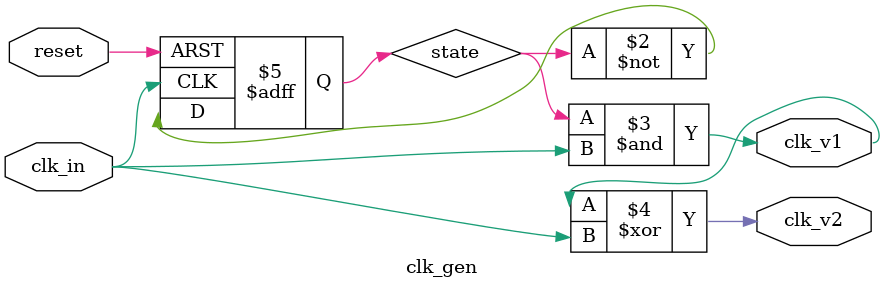
<source format=sv>
module clk_gen (
  input   logic        clk_in,

  input   logic        reset,

  output  logic        clk_v1,
  output  logic        clk_v2
);

  // Write your logic here...
  logic state;
  
  always_ff @(posedge clk_in or posedge reset) begin
    if(reset)
      state <= 1'b0;
    else if(clk_in)
      state <= ~state;
    else
      state <= state;
  end
  
  assign clk_v1 = state & clk_in;
  assign clk_v2 = clk_v1 ^ clk_in;

endmodule

</source>
